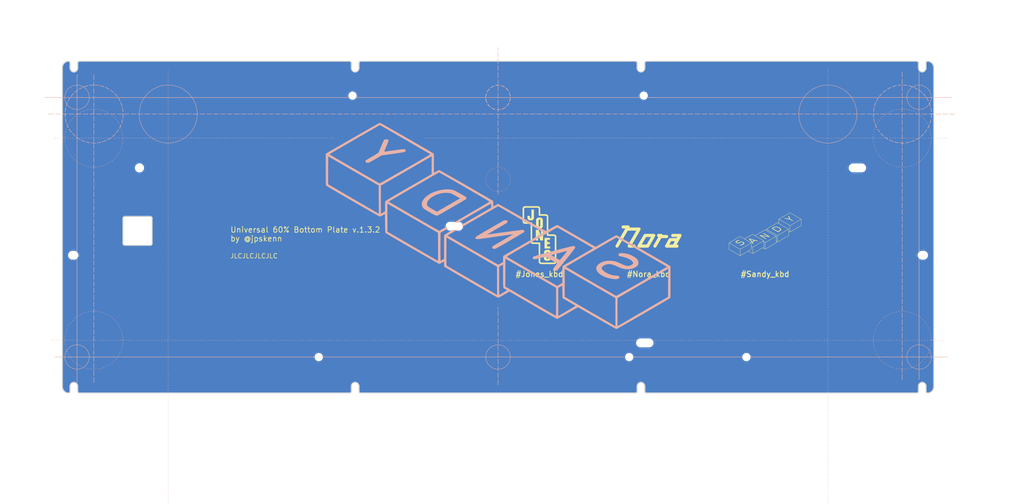
<source format=kicad_pcb>
(kicad_pcb (version 20221018) (generator pcbnew)
  (title_block (title "#Jones_kbs Bottom Plate") (date "2021-08-02") (rev "v.1 (042)") (company "@jpskenn"))
  (layers (0 "F.Cu" signal) (31 "B.Cu" signal) (34 "B.Paste" user) (35 "F.Paste" user) (36 "B.SilkS" user "B.Silkscreen") (37 "F.SilkS" user "F.Silkscreen") (38 "B.Mask" user) (39 "F.Mask" user) (44 "Edge.Cuts" user))
  (net 0 "")
  (footprint "locallib:60_Outline_Sandy_Bottom_for_Case" (layer "F.Cu") (at 157.92496 64.3746)
    (fp_text reference "REF**" hide)
    (fp_text value "60_Outline" hide)
    (fp_line (start -142.5 -48.3) (end -142.5 -52.3) (stroke (width 0.3)) (layer "Edge.Cuts"))
    (fp_line (start -142.5 11) (end -142.5 -48.3) (stroke (width 0.3)) (layer "Edge.Cuts"))
    (fp_line (start -142.5 48.3) (end -142.5 11) (stroke (width 0.3)) (layer "Edge.Cuts"))
    (fp_line (start -142.5 48.3) (end -142.5 52.3) (stroke (width 0.3)) (layer "Edge.Cuts"))
    (fp_line (start -140 -52.05) (end -140 -53.8) (stroke (width 0.3)) (layer "Edge.Cuts"))
    (fp_line (start -140 52.05) (end -140 53.8) (stroke (width 0.3)) (layer "Edge.Cuts"))
    (fp_line (start -137.5 -52.05) (end -137.5 -53.8) (stroke (width 0.3)) (layer "Edge.Cuts"))
    (fp_line (start -137.5 52.05) (end -137.5 53.8) (stroke (width 0.3)) (layer "Edge.Cuts"))
    (fp_line (start -122.7 5.38) (end -122.7 -2.92) (stroke (width 0.3)) (layer "Edge.Cuts"))
    (fp_line (start -122.1 5.98) (end -113.75 5.98) (stroke (width 0.3)) (layer "Edge.Cuts"))
    (fp_line (start -113.75 -3.52) (end -122.1 -3.52) (stroke (width 0.3)) (layer "Edge.Cuts"))
    (fp_line (start -113.15 5.38) (end -113.15 -2.92) (stroke (width 0.3)) (layer "Edge.Cuts"))
    (fp_line (start -48.5 -54.3) (end -137 -54.3) (stroke (width 0.3)) (layer "Edge.Cuts"))
    (fp_line (start -48.5 54.3) (end -137 54.3) (stroke (width 0.3)) (layer "Edge.Cuts"))
    (fp_line (start -48 -52.05) (end -48 -53.8) (stroke (width 0.3)) (layer "Edge.Cuts"))
    (fp_line (start -48 52.05) (end -48 53.8) (stroke (width 0.3)) (layer "Edge.Cuts"))
    (fp_line (start -45.5 -52.05) (end -45.5 -53.8) (stroke (width 0.3)) (layer "Edge.Cuts"))
    (fp_line (start -45.5 52.05) (end -45.5 53.8) (stroke (width 0.3)) (layer "Edge.Cuts"))
    (fp_line (start 45 -54.3) (end -45 -54.3) (stroke (width 0.3)) (layer "Edge.Cuts"))
    (fp_line (start 45 54.3) (end -45 54.3) (stroke (width 0.3)) (layer "Edge.Cuts"))
    (fp_line (start 45.5 -52.05) (end 45.5 -53.8) (stroke (width 0.3)) (layer "Edge.Cuts"))
    (fp_line (start 45.5 52.05) (end 45.5 53.8) (stroke (width 0.3)) (layer "Edge.Cuts"))
    (fp_line (start 48 -52.05) (end 48 -53.8) (stroke (width 0.3)) (layer "Edge.Cuts"))
    (fp_line (start 48 52.05) (end 48 53.8) (stroke (width 0.3)) (layer "Edge.Cuts"))
    (fp_line (start 137 -54.3) (end 48.5 -54.3) (stroke (width 0.3)) (layer "Edge.Cuts"))
    (fp_line (start 137 54.3) (end 48.5 54.3) (stroke (width 0.3)) (layer "Edge.Cuts"))
    (fp_line (start 137.5 -52.05) (end 137.5 -53.8) (stroke (width 0.3)) (layer "Edge.Cuts"))
    (fp_line (start 137.5 52.05) (end 137.5 53.8) (stroke (width 0.3)) (layer "Edge.Cuts"))
    (fp_line (start 140 -52.05) (end 140 -53.8) (stroke (width 0.3)) (layer "Edge.Cuts"))
    (fp_line (start 140 52.05) (end 140 53.8) (stroke (width 0.3)) (layer "Edge.Cuts"))
    (fp_line (start 142.5 -48.3) (end 142.5 -52.3) (stroke (width 0.3)) (layer "Edge.Cuts"))
    (fp_line (start 142.5 11) (end 142.5 -48.3) (stroke (width 0.3)) (layer "Edge.Cuts"))
    (fp_line (start 142.5 11) (end 142.5 48.3) (stroke (width 0.3)) (layer "Edge.Cuts"))
    (fp_line (start 142.5 48.3) (end 142.5 52.3) (stroke (width 0.3)) (layer "Edge.Cuts"))
    (fp_arc (start -142.5 -52.3) (mid -141.914214 -53.714214) (end -140.5 -54.3) (stroke (width 0.3)) (layer "Edge.Cuts"))
    (fp_arc (start -140.5 -54.3) (mid -140.146447 -54.153553) (end -140 -53.8) (stroke (width 0.3)) (layer "Edge.Cuts"))
    (fp_arc (start -140.5 54.3) (mid -141.914214 53.714214) (end -142.5 52.3) (stroke (width 0.3)) (layer "Edge.Cuts"))
    (fp_arc (start -140 52.05) (mid -138.75 50.8) (end -137.5 52.05) (stroke (width 0.3)) (layer "Edge.Cuts"))
    (fp_arc (start -140 53.8) (mid -140.146447 54.153553) (end -140.5 54.3) (stroke (width 0.3)) (layer "Edge.Cuts"))
    (fp_arc (start -137.5 -53.8) (mid -137.353553 -54.153553) (end -137 -54.3) (stroke (width 0.3)) (layer "Edge.Cuts"))
    (fp_arc (start -137.5 -52.05) (mid -138.75 -50.8) (end -140 -52.05) (stroke (width 0.3)) (layer "Edge.Cuts"))
    (fp_arc (start -137 54.3) (mid -137.353553 54.153553) (end -137.5 53.8) (stroke (width 0.3)) (layer "Edge.Cuts"))
    (fp_arc (start -122.7 -2.92) (mid -122.524264 -3.344264) (end -122.1 -3.52) (stroke (width 0.3)) (layer "Edge.Cuts"))
    (fp_arc (start -122.1 5.98) (mid -122.524264 5.804264) (end -122.7 5.38) (stroke (width 0.3)) (layer "Edge.Cuts"))
    (fp_arc (start -113.75 -3.52) (mid -113.325736 -3.344264) (end -113.15 -2.92) (stroke (width 0.3)) (layer "Edge.Cuts"))
    (fp_arc (start -113.15 5.38) (mid -113.325736 5.804264) (end -113.75 5.98) (stroke (width 0.3)) (layer "Edge.Cuts"))
    (fp_arc (start -48.5 -54.3) (mid -48.146447 -54.153553) (end -48 -53.8) (stroke (width 0.3)) (layer "Edge.Cuts"))
    (fp_arc (start -48 52.05) (mid -46.75 50.8) (end -45.5 52.05) (stroke (width 0.3)) (layer "Edge.Cuts"))
    (fp_arc (start -48 53.8) (mid -48.146447 54.153553) (end -48.5 54.3) (stroke (width 0.3)) (layer "Edge.Cuts"))
    (fp_arc (start -45.5 -53.8) (mid -45.353553 -54.153553) (end -45 -54.3) (stroke (width 0.3)) (layer "Edge.Cuts"))
    (fp_arc (start -45.5 -52.05) (mid -46.75 -50.8) (end -48 -52.05) (stroke (width 0.3)) (layer "Edge.Cuts"))
    (fp_arc (start -45 54.3) (mid -45.353553 54.153553) (end -45.5 53.8) (stroke (width 0.3)) (layer "Edge.Cuts"))
    (fp_arc (start 45 -54.3) (mid 45.353553 -54.153553) (end 45.5 -53.8) (stroke (width 0.3)) (layer "Edge.Cuts"))
    (fp_arc (start 45.5 52.05) (mid 46.75 50.8) (end 48 52.05) (stroke (width 0.3)) (layer "Edge.Cuts"))
    (fp_arc (start 45.5 53.8) (mid 45.353553 54.153553) (end 45 54.3) (stroke (width 0.3)) (layer "Edge.Cuts"))
    (fp_arc (start 48 -53.8) (mid 48.146447 -54.153553) (end 48.5 -54.3) (stroke (width 0.3)) (layer "Edge.Cuts"))
    (fp_arc (start 48 -52.05) (mid 46.75 -50.8) (end 45.5 -52.05) (stroke (width 0.3)) (layer "Edge.Cuts"))
    (fp_arc (start 48.5 54.3) (mid 48.146447 54.153553) (end 48 53.8) (stroke (width 0.3)) (layer "Edge.Cuts"))
    (fp_arc (start 137 -54.3) (mid 137.353553 -54.153553) (end 137.5 -53.8) (stroke (width 0.3)) (layer "Edge.Cuts"))
    (fp_arc (start 137.5 52.05) (mid 138.75 50.8) (end 140 52.05) (stroke (width 0.3)) (layer "Edge.Cuts"))
    (fp_arc (start 137.5 53.8) (mid 137.353553 54.153553) (end 137 54.3) (stroke (width 0.3)) (layer "Edge.Cuts"))
    (fp_arc (start 140 -53.8) (mid 140.146447 -54.153553) (end 140.5 -54.3) (stroke (width 0.3)) (layer "Edge.Cuts"))
    (fp_arc (start 140 -52.05) (mid 138.75 -50.8) (end 137.5 -52.05) (stroke (width 0.3)) (layer "Edge.Cuts"))
    (fp_arc (start 140.5 -54.3) (mid 141.914214 -53.714214) (end 142.5 -52.3) (stroke (width 0.3)) (layer "Edge.Cuts"))
    (fp_arc (start 140.5 54.3) (mid 140.146447 54.153553) (end 140 53.8) (stroke (width 0.3)) (layer "Edge.Cuts"))
    (fp_arc (start 142.5 52.3) (mid 141.914214 53.714214) (end 140.5 54.3) (stroke (width 0.3)) (layer "Edge.Cuts"))
    (pad "" np_thru_hole oval locked (at -138.95 9.2) (size 2.9 2.4) (drill oval 2.9 2.4) (layers "*.Cu" "*.Mask"))
    (pad "" np_thru_hole circle locked (at -117.3 -19.4) (size 2.4994 2.4994) (drill 2.4994) (layers "*.Cu" "*.Mask"))
    (pad "" np_thru_hole oval locked (at -14.3 -0.3) (size 5.2 2.4) (drill oval 5.2 2.4) (layers "*.Cu" "*.Mask"))
    (pad "" np_thru_hole oval locked (at 48 37.9) (size 5.2 2.4) (drill oval 5.2 2.4) (layers "*.Cu" "*.Mask"))
    (pad "" np_thru_hole oval locked (at 117.55 -19.4) (size 5.2 2.4) (drill oval 5.2 2.4) (layers "*.Cu" "*.Mask"))
    (pad "" np_thru_hole oval locked (at 138.95 9.2 180) (size 2.9 2.4) (drill oval 2.9 2.4) (layers "*.Cu" "*.Mask"))
  )
  (footprint "MountingHole:MountingHole_2.2mm_M2" (layer "F.Cu") (at 110.325 21.325)
    (fp_text reference "H1" hide)
    (fp_text value "MountingHole")
    (pad "" np_thru_hole circle (at 0 0) (size 2.2 2.2) (drill 2.2) (layers "*.Cu" "*.Mask"))
  )
  (footprint "MountingHole:MountingHole_2.2mm_M2" (layer "F.Cu") (at 205.575 21.325)
    (fp_text reference "H2" hide)
    (fp_text value "MountingHole")
    (pad "" np_thru_hole circle (at 0 0) (size 2.2 2.2) (drill 2.2) (layers "*.Cu" "*.Mask"))
  )
  (footprint "MountingHole:MountingHole_2.2mm_M2" (layer "F.Cu") (at 99.275 106.925)
    (fp_text reference "H3" hide)
    (fp_text value "MountingHole")
    (pad "" np_thru_hole circle (at 0 0) (size 2.2 2.2) (drill 2.2) (layers "*.Cu" "*.Mask"))
  )
  (footprint "MountingHole:MountingHole_2.2mm_M2" (layer "F.Cu") (at 200.825 106.925)
    (fp_text reference "H4" hide)
    (fp_text value "MountingHole")
    (pad "" np_thru_hole circle (at 0 0) (size 2.2 2.2) (drill 2.2) (layers "*.Cu" "*.Mask"))
  )
  (footprint "MountingHole:MountingHole_2.2mm_M2" (layer "F.Cu") (at 239.175 106.925)
    (fp_text reference "H5" hide)
    (fp_text value "MountingHole")
    (pad "" np_thru_hole circle (at 0 0) (size 2.2 2.2) (drill 2.2) (layers "*.Cu" "*.Mask"))
  )
  (footprint "locallib:Nora_logo_21.8x7.7" (layer "F.Cu") (at 207.16875 67.5)
    (fp_text reference "G***" hide)
    (fp_text value "LOGO" hide)
    (fp_text user "#Nora_kbd" (at 0 12.271875) (layer "F.SilkS") (effects (font (size 1.8 1.8) (thickness 0.3))))
  )
  (footprint "locallib:Jones_logo_11.4x19.3" (layer "F.Cu") (at 171.45 67)
    (fp_text reference "G***" hide)
    (fp_text value "LOGO" hide)
    (fp_text user "#Jones_kbd" (at 0 12.771875) (layer "F.SilkS") (effects (font (size 1.8 1.8) (thickness 0.3))))
  )
  (footprint "locallib:MXOnly-1U-Hotswap-guide-dummy" (layer "F.Cu") (at 24.6 26.30004)
    (fp_text reference "REF**")
    (fp_text value "1U")
  )
  (footprint "locallib:Sandy_logo_w24" (layer "F.Cu") (at 245.26875 66.675)
    (fp_text reference "G***" hide)
    (fp_text value "LOGO" hide)
    (fp_text user "#Sandy_kbd" (at 0 13.096875 unlocked) (layer "F.SilkS") (effects (font (size 1.8 1.8) (thickness 0.3) bold)))
  )
  (footprint "locallib:Sandy_logo_w253" (layer "B.Cu") (at 157.95 63.97504 180)
    (fp_text reference "G***" hide)
    (fp_text value "LOGO" hide)
  )
  (gr_line (start 157.925 53.684415) (end 157.925 5.57504) (stroke (width 0.15) (type dash)) (layer "B.SilkS"))
  (gr_line (start 13.025 35.225) (end 104.371875 35.225) (stroke (width 0.2) (type dot)) (layer "B.SilkS"))
  (gr_line (start 295.65 114.3) (end 295.65 13.5) (stroke (width 0.15)) (layer "B.SilkS"))
  (gr_line (start 20.2 115.2) (end 20.2 14.4) (stroke (width 0.15)) (layer "B.SilkS"))
  (gr_circle (center 295.65 21.875) (end 299.65 21.875) (stroke (width 0.12)) (fill none) (layer "B.SilkS"))
  (gr_circle (center 25.7 35.22504) (end 35.2 35.22504) (stroke (width 0.2) (type dot)) (fill none) (layer "B.SilkS"))
  (gr_line (start 10.85 27.35) (end 307.5 27.35) (stroke (width 0.15) (type dash)) (layer "B.SilkS"))
  (gr_line (start 25.7 115.2) (end 25.7 14.4) (stroke (width 0.15) (type dash)) (layer "B.SilkS"))
  (gr_line (start 290.125 114.3) (end 290.125 13.5) (stroke (width 0.15) (type dash)) (layer "B.SilkS"))
  (gr_circle (center 20.2 106.9) (end 24.2 106.9) (stroke (width 0.12)) (fill none) (layer "B.SilkS"))
  (gr_circle (center 290.125 101.42504) (end 299.625 101.42504) (stroke (width 0.2) (type dot)) (fill none) (layer "B.SilkS"))
  (gr_line (start 13 106.9) (end 305 106.9) (stroke (width 0.15)) (layer "B.SilkS"))
  (gr_line (start 9.594253 21.925) (end 306.244253 21.925) (stroke (width 0.15)) (layer "B.SilkS"))
  (gr_circle (center 50.025 27.35) (end 59.525 27.35) (stroke (width 0.12)) (fill none) (layer "B.SilkS"))
  (gr_circle (center 290.211697 27.341705) (end 299.711697 27.341705) (stroke (width 0.12) (type dash)) (fill none) (layer "B.SilkS"))
  (gr_circle (center 25.7 101.42504) (end 35.2 101.42504) (stroke (width 0.2) (type dot)) (fill none) (layer "B.SilkS"))
  (gr_line (start 11.925 101.42504) (end 303.925 101.42504) (stroke (width 0.2) (type dot)) (layer "B.SilkS"))
  (gr_circle (center 25.786697 27.341705) (end 35.286697 27.341705) (stroke (width 0.12) (type dash)) (fill none) (layer "B.SilkS"))
  (gr_line (start 50.025 154.88754) (end 50.025 12.38754) (stroke (width 0.2) (type dot)) (layer "B.SilkS"))
  (gr_circle (center 20.2 21.875) (end 24.2 21.875) (stroke (width 0.12)) (fill none) (layer "B.SilkS"))
  (gr_circle (center 157.919253 48.8) (end 161.919253 48.8) (stroke (width 0.2) (type dot)) (fill none) (layer "B.SilkS"))
  (gr_line (start 134.1375 35.225) (end 305.025 35.225) (stroke (width 0.2) (type dot)) (layer "B.SilkS"))
  (gr_circle (center 265.8 27.35) (end 275.3 27.35) (stroke (width 0.12)) (fill none) (layer "B.SilkS"))
  (gr_line (start 265.8 154.51254) (end 265.8 12.01254) (stroke (width 0.2) (type dot)) (layer "B.SilkS"))
  (gr_circle (center 157.925 106.9) (end 161.925 106.9) (stroke (width 0.12)) (fill none) (layer "B.SilkS"))
  (gr_circle (center 295.65 106.9) (end 299.65 106.9) (stroke (width 0.12)) (fill none) (layer "B.SilkS"))
  (gr_circle (center 157.919253 21.925) (end 161.919253 21.925) (stroke (width 0.12) (type dash)) (fill none) (layer "B.SilkS"))
  (gr_circle (center 290.125 35.225) (end 299.625 35.225) (stroke (width 0.2) (type dot)) (fill none) (layer "B.SilkS"))
  (gr_line (start 157.925 115.98133) (end 157.925 90.59379) (stroke (width 0.15) (type dash)) (layer "B.SilkS"))
  (gr_text "Universal 60% Bottom Plate v.1.3.2\nby @jpskenn" (at 70.246875 66.675) (layer "F.SilkS") (effects (font (size 1.8 1.8) (thickness 0.24)) (justify left)))
  (gr_text "JLCJLCJLCJLC" (at 70.246875 73.81875) (layer "F.SilkS") (effects (font (size 1.5 1.5) (thickness 0.2)) (justify left)))
  (zone (net 0) (net_name "") (layer "F.Cu") (connect_pads (clearance 0)) (min_thickness 0.254)
    (keepout (tracks not_allowed) (vias allowed) (pads allowed) (copperpour not_allowed) (footprints allowed))
    (fill (thermal_gap 0.508) (thermal_bridge_width 0.508))
    (polygon (pts (xy 241.7 106.05) (xy 241.710866 108.05) (xy 240.110004 109.441086) (xy 238.210004 109.441086) (xy 236.650022 108.05) (xy 236.65 106) (xy 238.1 104.4) (xy 240.3 104.4)))
  )
  (zone (net 0) (net_name "") (layer "F.Cu") (connect_pads (clearance 0)) (min_thickness 0.254)
    (keepout (tracks not_allowed) (vias allowed) (pads allowed) (copperpour not_allowed) (footprints allowed))
    (fill (thermal_gap 0.508) (thermal_bridge_width 0.508))
    (polygon (pts (xy 301.407595 71.05) (xy 301.4 76.1) (xy 299.708592 76.106609) (xy 295.768596 76.106609) (xy 294.058614 74.715526) (xy 294.058592 72.665526) (xy 295.658592 71.065523) (xy 299.708592 71.065523)))
  )
  (zone (net 0) (net_name "") (layer "F.Cu") (connect_pads (clearance 0)) (min_thickness 0.254)
    (keepout (tracks not_allowed) (vias allowed) (pads allowed) (copperpour not_allowed) (footprints allowed))
    (fill (thermal_gap 0.508) (thermal_bridge_width 0.508))
    (polygon (pts (xy 203.35 106.05) (xy 203.360866 108.05) (xy 201.760004 109.441086) (xy 199.860004 109.441086) (xy 198.300022 108.05) (xy 198.3 106) (xy 199.75 104.4) (xy 201.95 104.4)))
  )
  (zone (net 0) (net_name "") (layer "F.Cu") (connect_pads (clearance 0)) (min_thickness 0.254)
    (keepout (tracks not_allowed) (vias allowed) (pads allowed) (copperpour not_allowed) (footprints allowed))
    (fill (thermal_gap 0.508) (thermal_bridge_width 0.508))
    (polygon (pts (xy 43.159437 44.1) (xy 43.170303 46.1) (xy 41.569441 47.491086) (xy 39.669441 47.491086) (xy 38.109459 46.1) (xy 38.109437 44.05) (xy 39.559437 42.45) (xy 41.759437 42.45)))
  )
  (zone (net 0) (net_name "") (layer "F.Cu") (connect_pads (clearance 0)) (min_thickness 0.254)
    (keepout (tracks not_allowed) (vias allowed) (pads allowed) (copperpour not_allowed) (footprints allowed))
    (fill (thermal_gap 0.508) (thermal_bridge_width 0.508))
    (polygon (pts (xy 279.160734 44.036815) (xy 279.141093 46.036815) (xy 277.461731 47.437137) (xy 273.521735 47.437137) (xy 271.811753 46.046054) (xy 271.811731 43.996054) (xy 273.411731 42.396051) (xy 277.461731 42.396051)))
  )
  (zone (net 0) (net_name "") (layer "F.Cu") (connect_pads (clearance 0)) (min_thickness 0.254)
    (keepout (tracks not_allowed) (vias allowed) (pads allowed) (copperpour not_allowed) (footprints allowed))
    (fill (thermal_gap 0.508) (thermal_bridge_width 0.508))
    (polygon (pts (xy 21.707595 72.656287) (xy 21.687954 74.656287) (xy 20.008592 76.056609) (xy 16.068596 76.056609) (xy 14.4 76.05) (xy 14.358592 71) (xy 15.958592 71.015523) (xy 20.008592 71.015523)))
  )
  (zone (net 0) (net_name "") (layer "F.Cu") (connect_pads (clearance 0)) (min_thickness 0.254)
    (keepout (tracks not_allowed) (vias allowed) (pads allowed) (copperpour not_allowed) (footprints allowed))
    (fill (thermal_gap 0.508) (thermal_bridge_width 0.508))
    (polygon (pts (xy 209.607595 101.406287) (xy 209.587954 103.406287) (xy 207.908592 104.806609) (xy 203.968596 104.806609) (xy 202.258614 103.415526) (xy 202.258592 101.365526) (xy 203.858592 99.765523) (xy 207.908592 99.765523)))
  )
  (zone (net 0) (net_name "") (layer "F.Cu") (connect_pads (clearance 0)) (min_thickness 0.254)
    (keepout (tracks not_allowed) (vias allowed) (pads allowed) (copperpour not_allowed) (footprints allowed))
    (fill (thermal_gap 0.508) (thermal_bridge_width 0.508))
    (polygon (pts (xy 112.85 20.45) (xy 112.860866 22.45) (xy 111.260004 23.841086) (xy 109.360004 23.841086) (xy 107.800022 22.45) (xy 107.8 20.4) (xy 109.25 18.8) (xy 111.45 18.8)))
  )
  (zone (net 0) (net_name "") (layer "F.Cu") (connect_pads (clearance 0.508)) (min_thickness 0.254) (fill yes (thermal_gap 0.508) (thermal_bridge_width 0.508))
    (polygon (pts (xy 330 140) (xy -5 140) (xy -5 -10) (xy 330 -10)))
  )
  (zone (net 0) (net_name "") (layer "F.Cu") (connect_pads (clearance 0)) (min_thickness 0.254)
    (keepout (tracks not_allowed) (vias allowed) (pads allowed) (copperpour not_allowed) (footprints allowed))
    (fill (thermal_gap 0.508) (thermal_bridge_width 0.508))
    (polygon (pts (xy 208.1 20.45) (xy 208.110866 22.45) (xy 206.510004 23.841086) (xy 204.610004 23.841086) (xy 203.050022 22.45) (xy 203.05 20.4) (xy 204.5 18.8) (xy 206.7 18.8)))
  )
  (zone (net 0) (net_name "") (layer "F.Cu") (connect_pads (clearance 0)) (min_thickness 0.254)
    (keepout (tracks not_allowed) (vias allowed) (pads allowed) (copperpour not_allowed) (footprints allowed))
    (fill (thermal_gap 0.508) (thermal_bridge_width 0.508))
    (polygon (pts (xy 147.299003 63.190764) (xy 147.279362 65.190764) (xy 145.6 66.591086) (xy 141.660004 66.591086) (xy 139.950022 65.200003) (xy 139.95 63.150003) (xy 141.55 61.55) (xy 145.6 61.55)))
  )
  (zone (net 0) (net_name "") (layer "F.Cu") (connect_pads (clearance 0)) (min_thickness 0.254)
    (keepout (tracks not_allowed) (vias allowed) (pads allowed) (copperpour not_allowed) (footprints allowed))
    (fill (thermal_gap 0.508) (thermal_bridge_width 0.508))
    (polygon (pts (xy 101.8 106.05) (xy 101.810866 108.05) (xy 100.210004 109.441086) (xy 98.310004 109.441086) (xy 96.750022 108.05) (xy 96.75 106) (xy 98.2 104.4) (xy 100.4 104.4)))
  )
  (zone (net 0) (net_name "") (layer "B.Cu") (connect_pads (clearance 0.508)) (min_thickness 0.254) (fill yes (thermal_gap 0.508) (thermal_bridge_width 0.508))
    (polygon (pts (xy 330 140) (xy -4.925 140) (xy -5 -10) (xy 330 -10)))
  )
)
</source>
